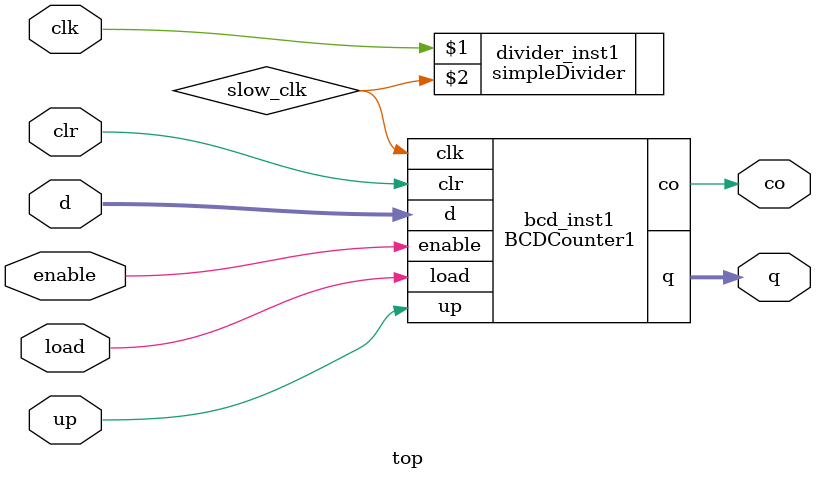
<source format=v>
module BCDCounter1(clr, clk, enable, load, up, d, q, co);

input enable, load, up, clr, clk;
input wire [3:0] d;

output reg [3:0] q;
output reg co;

reg [3:0] count;
reg [3:0] next_count;

always @ (negedge clr, posedge clk)
begin
	if (clr == 0) begin
		q <= 0;
		count <= 0;
	end else begin
		q <= next_count;
		count <= next_count;
	end
end

always @ (clr, count, d, enable, load, up)
begin
	if (clr == 0) begin
		next_count <= 0;
	end else if (load == 1 && enable == 1) begin
		next_count <= d;
	end else if (load == 0 && enable == 1 && up == 1) begin
		if (count == 9) begin
			next_count <= 0;
		end else begin		
			next_count <= count + 1;
		end
	end else if (load == 0 && enable == 1 && up == 0) begin
		if (count == 0) begin
			next_count <= 9;
		end else begin		
			next_count <= count - 1;
		end
	end else begin
		next_count <= count;
	end

	if (clr == 0) begin
		co <= 0;
	end else if (enable == 1 && up == 1 && count == 9) begin
		co <= 1;
	end else if (enable == 1 && up == 0 && count == 0) begin
		co <= 1;
	end else begin
		co <= 0;
	end
end

endmodule


module top(clr, clk, enable, load, up, d, q, co);
input clr, clk, enable, load, up;
input wire [3:0] d;

output wire [3:0] q;
output wire co;

wire slow_clk;

simpleDivider divider_inst1(clk, slow_clk);

BCDCounter1 bcd_inst1(clr, slow_clk, enable, load, up, d, q, co);

endmodule

</source>
